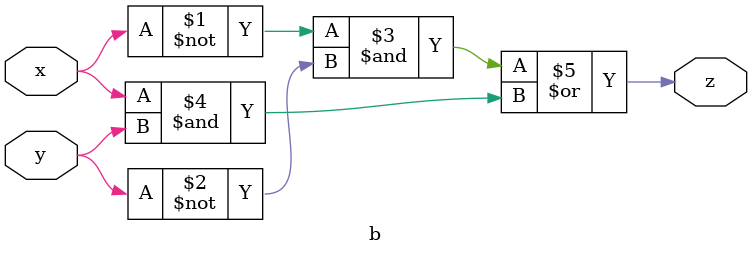
<source format=v>
module top_module (input x, input y, output z);
    wire z1,z2;
    a a1(x,y,z1); // first level
    b b1(x,y,z2); // first level
    assign z = (z1|z2)^(z1&z2); // second level

endmodule

module a (input x, input y, output z);
    assign z = (x^y) & x;
endmodule

module b ( input x, input y, output z );
    assign z = (~x&~y) | (x&y);
endmodule
</source>
